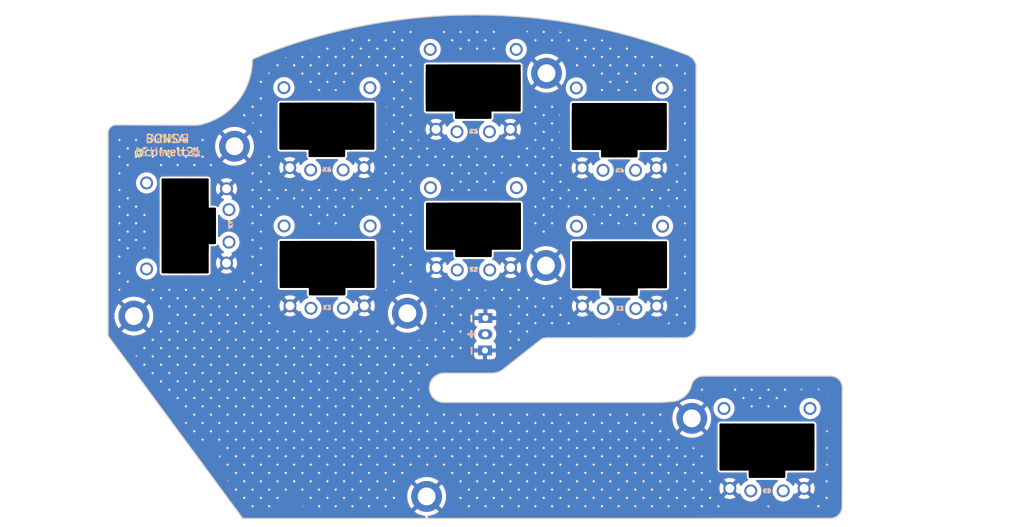
<source format=kicad_pcb>
(kicad_pcb (version 20240108) (generator "pcbnew") (generator_version "8.0")
  (title_block (title "Bonsai") (date "2024-07-03") (rev "v1") (company "Sprinkle"))
  (layers (0 "F.Cu" signal) (31 "B.Cu" signal) (34 "B.Paste" user) (35 "F.Paste" user) (36 "B.SilkS" user "B.Silkscreen") (37 "F.SilkS" user "F.Silkscreen") (38 "B.Mask" user) (39 "F.Mask" user) (44 "Edge.Cuts" user))
  (net 0 "")
  (net 1 "K5")
  (net 2 "GND")
  (net 3 "K6")
  (net 4 "K7")
  (net 5 "K1")
  (net 6 "K0")
  (net 7 "K2")
  (net 8 "K3")
  (net 9 "K4")
  (net 10 "Bat+")
  (footprint "pg1232:pg1232-R" (layer "F.Cu") (at 40.5664 44.389)
    (property "Reference" "REF**" (hide yes))
    (property "Value" "pg1232-R")
    (pad "" np_thru_hole oval (at -5.7 0 90) (size 5.8 0.3) (drill oval 5.8 0.3) (layers "*.Mask"))
    (pad "" np_thru_hole oval (at -4.85 0) (size 2 5.8) (drill oval 2 5.8) (layers "*.Mask"))
    (pad "" np_thru_hole oval (at -2.1 3.25 90) (size 1.1 0.3) (drill oval 1.1 0.3) (layers "*.Mask"))
    (pad "" np_thru_hole oval (at 0 -2.75) (size 11.7 0.3) (drill oval 11.7 0.3) (layers "*.Mask"))
    (pad "" np_thru_hole oval (at 0 0) (size 11.7 5.8) (drill oval 11.7 5.8) (layers "*.Mask"))
    (pad "" np_thru_hole oval (at 0 2.75) (size 11.7 0.3) (drill oval 11.7 0.3) (layers "*.Mask"))
    (pad "" np_thru_hole oval (at 0 3.3) (size 4.5 1) (drill oval 4.5 1) (layers "*.Mask"))
    (pad "" np_thru_hole oval (at 0 3.65) (size 4.5 0.3) (drill oval 4.5 0.3) (layers "*.Mask"))
    (pad "" np_thru_hole oval (at 2.1 3.25 90) (size 1.1 0.3) (drill oval 1.1 0.3) (layers "*.Mask"))
    (pad "" np_thru_hole oval (at 4.85 0) (size 2 5.8) (drill oval 2 5.8) (layers "*.Mask"))
    (pad "" np_thru_hole oval (at 5.7 0 90) (size 5.8 0.3) (drill oval 5.8 0.3) (layers "*.Mask"))
    (pad "1" thru_hole circle (at -2 5.4) (size 1.6 1.6) (drill 1.1) (layers "*.Cu" "*.Mask") (net 8 "K3"))
    (pad "1" thru_hole circle (at 2 5.4) (size 1.6 1.6) (drill 1.1) (layers "*.Cu" "*.Mask") (net 8 "K3"))
    (pad "2" thru_hole circle (at -4.58 5.1) (size 1.6 1.6) (drill 1.1) (layers "*.Cu" "*.Mask") (net 2 "GND"))
    (pad "2" thru_hole circle (at 4.58 5.1) (size 1.6 1.6) (drill 1.1) (layers "*.Cu" "*.Mask") (net 2 "GND"))
    (pad "4" thru_hole circle (at 5.3 -4.75) (size 1.6 1.6) (drill 1.1) (layers "*.Cu" "*.Mask"))
    (pad "5" thru_hole circle (at -5.3 -4.75) (size 1.6 1.6) (drill 1.1) (layers "*.Cu" "*.Mask"))
  )
  (footprint "pg1232:pg1232-R" (layer "F.Cu") (at 76.5664 27.389)
    (property "Reference" "REF**" (hide yes))
    (property "Value" "pg1232-R")
    (pad "" np_thru_hole oval (at -5.7 0 90) (size 5.8 0.3) (drill oval 5.8 0.3) (layers "*.Mask"))
    (pad "" np_thru_hole oval (at -4.85 0) (size 2 5.8) (drill oval 2 5.8) (layers "*.Mask"))
    (pad "" np_thru_hole oval (at -2.1 3.25 90) (size 1.1 0.3) (drill oval 1.1 0.3) (layers "*.Mask"))
    (pad "" np_thru_hole oval (at 0 -2.75) (size 11.7 0.3) (drill oval 11.7 0.3) (layers "*.Mask"))
    (pad "" np_thru_hole oval (at 0 0) (size 11.7 5.8) (drill oval 11.7 5.8) (layers "*.Mask"))
    (pad "" np_thru_hole oval (at 0 2.75) (size 11.7 0.3) (drill oval 11.7 0.3) (layers "*.Mask"))
    (pad "" np_thru_hole oval (at 0 3.3) (size 4.5 1) (drill oval 4.5 1) (layers "*.Mask"))
    (pad "" np_thru_hole oval (at 0 3.65) (size 4.5 0.3) (drill oval 4.5 0.3) (layers "*.Mask"))
    (pad "" np_thru_hole oval (at 2.1 3.25 90) (size 1.1 0.3) (drill oval 1.1 0.3) (layers "*.Mask"))
    (pad "" np_thru_hole oval (at 4.85 0) (size 2 5.8) (drill oval 2 5.8) (layers "*.Mask"))
    (pad "" np_thru_hole oval (at 5.7 0 90) (size 5.8 0.3) (drill oval 5.8 0.3) (layers "*.Mask"))
    (pad "1" thru_hole circle (at -2 5.4) (size 1.6 1.6) (drill 1.1) (layers "*.Cu" "*.Mask") (net 9 "K4"))
    (pad "1" thru_hole circle (at 2 5.4) (size 1.6 1.6) (drill 1.1) (layers "*.Cu" "*.Mask") (net 9 "K4"))
    (pad "2" thru_hole circle (at -4.58 5.1) (size 1.6 1.6) (drill 1.1) (layers "*.Cu" "*.Mask") (net 2 "GND"))
    (pad "2" thru_hole circle (at 4.58 5.1) (size 1.6 1.6) (drill 1.1) (layers "*.Cu" "*.Mask") (net 2 "GND"))
    (pad "4" thru_hole circle (at 5.3 -4.75) (size 1.6 1.6) (drill 1.1) (layers "*.Cu" "*.Mask"))
    (pad "5" thru_hole circle (at -5.3 -4.75) (size 1.6 1.6) (drill 1.1) (layers "*.Cu" "*.Mask"))
  )
  (footprint "MountingHole:MountingHole_2.2mm_M2_DIN965_Pad" (layer "F.Cu") (at 67.525 44.525)
    (property "Reference" "REF**")
    (property "Value" "MountingHole_2.2mm_M2_DIN965_Pad")
    (pad "1" thru_hole circle (at 0 0) (size 3.8 3.8) (drill 2.2) (layers "*.Cu" "*.Mask") (net 2 "GND"))
  )
  (footprint "pg1232:pg1232-R" (layer "F.Cu") (at 94.7664 66.889)
    (property "Reference" "REF**" (hide yes))
    (property "Value" "pg1232-R")
    (pad "" np_thru_hole oval (at -5.7 0 90) (size 5.8 0.3) (drill oval 5.8 0.3) (layers "*.Mask"))
    (pad "" np_thru_hole oval (at -4.85 0) (size 2 5.8) (drill oval 2 5.8) (layers "*.Mask"))
    (pad "" np_thru_hole oval (at -2.1 3.25 90) (size 1.1 0.3) (drill oval 1.1 0.3) (layers "*.Mask"))
    (pad "" np_thru_hole oval (at 0 -2.75) (size 11.7 0.3) (drill oval 11.7 0.3) (layers "*.Mask"))
    (pad "" np_thru_hole oval (at 0 0) (size 11.7 5.8) (drill oval 11.7 5.8) (layers "*.Mask"))
    (pad "" np_thru_hole oval (at 0 2.75) (size 11.7 0.3) (drill oval 11.7 0.3) (layers "*.Mask"))
    (pad "" np_thru_hole oval (at 0 3.3) (size 4.5 1) (drill oval 4.5 1) (layers "*.Mask"))
    (pad "" np_thru_hole oval (at 0 3.65) (size 4.5 0.3) (drill oval 4.5 0.3) (layers "*.Mask"))
    (pad "" np_thru_hole oval (at 2.1 3.25 90) (size 1.1 0.3) (drill oval 1.1 0.3) (layers "*.Mask"))
    (pad "" np_thru_hole oval (at 4.85 0) (size 2 5.8) (drill oval 2 5.8) (layers "*.Mask"))
    (pad "" np_thru_hole oval (at 5.7 0 90) (size 5.8 0.3) (drill oval 5.8 0.3) (layers "*.Mask"))
    (pad "1" thru_hole circle (at -2 5.4) (size 1.6 1.6) (drill 1.1) (layers "*.Cu" "*.Mask") (net 6 "K0"))
    (pad "1" thru_hole circle (at 2 5.4) (size 1.6 1.6) (drill 1.1) (layers "*.Cu" "*.Mask") (net 6 "K0"))
    (pad "2" thru_hole circle (at -4.58 5.1) (size 1.6 1.6) (drill 1.1) (layers "*.Cu" "*.Mask") (net 2 "GND"))
    (pad "2" thru_hole circle (at 4.58 5.1) (size 1.6 1.6) (drill 1.1) (layers "*.Cu" "*.Mask") (net 2 "GND"))
    (pad "4" thru_hole circle (at 5.3 -4.75) (size 1.6 1.6) (drill 1.1) (layers "*.Cu" "*.Mask"))
    (pad "5" thru_hole circle (at -5.3 -4.75) (size 1.6 1.6) (drill 1.1) (layers "*.Cu" "*.Mask"))
  )
  (footprint "MountingHole:MountingHole_2.2mm_M2_DIN965_Pad" (layer "F.Cu") (at 85.5 63.35)
    (property "Reference" "REF**")
    (property "Value" "MountingHole_2.2mm_M2_DIN965_Pad")
    (pad "1" thru_hole circle (at 0 0) (size 3.8 3.8) (drill 2.2) (layers "*.Cu" "*.Mask") (net 2 "GND"))
  )
  (footprint "MountingHole:MountingHole_2.2mm_M2_DIN965_Pad" (layer "F.Cu") (at 52.825 72.975)
    (property "Reference" "REF**")
    (property "Value" "MountingHole_2.2mm_M2_DIN965_Pad")
    (pad "1" thru_hole circle (at 0 0) (size 3.8 3.8) (drill 2.2) (layers "*.Cu" "*.Mask") (net 2 "GND"))
  )
  (footprint "pg1232:pg1232-R" (layer "F.Cu") (at 58.6 39.675)
    (property "Reference" "REF**" (hide yes))
    (property "Value" "pg1232-R")
    (pad "" np_thru_hole oval (at -5.7 0 90) (size 5.8 0.3) (drill oval 5.8 0.3) (layers "*.Mask"))
    (pad "" np_thru_hole oval (at -4.85 0) (size 2 5.8) (drill oval 2 5.8) (layers "*.Mask"))
    (pad "" np_thru_hole oval (at -2.1 3.25 90) (size 1.1 0.3) (drill oval 1.1 0.3) (layers "*.Mask"))
    (pad "" np_thru_hole oval (at 0 -2.75) (size 11.7 0.3) (drill oval 11.7 0.3) (layers "*.Mask"))
    (pad "" np_thru_hole oval (at 0 0) (size 11.7 5.8) (drill oval 11.7 5.8) (layers "*.Mask"))
    (pad "" np_thru_hole oval (at 0 2.75) (size 11.7 0.3) (drill oval 11.7 0.3) (layers "*.Mask"))
    (pad "" np_thru_hole oval (at 0 3.3) (size 4.5 1) (drill oval 4.5 1) (layers "*.Mask"))
    (pad "" np_thru_hole oval (at 0 3.65) (size 4.5 0.3) (drill oval 4.5 0.3) (layers "*.Mask"))
    (pad "" np_thru_hole oval (at 2.1 3.25 90) (size 1.1 0.3) (drill oval 1.1 0.3) (layers "*.Mask"))
    (pad "" np_thru_hole oval (at 4.85 0) (size 2 5.8) (drill oval 2 5.8) (layers "*.Mask"))
    (pad "" np_thru_hole oval (at 5.7 0 90) (size 5.8 0.3) (drill oval 5.8 0.3) (layers "*.Mask"))
    (pad "1" thru_hole circle (at -2 5.4) (size 1.6 1.6) (drill 1.1) (layers "*.Cu" "*.Mask") (net 7 "K2"))
    (pad "1" thru_hole circle (at 2 5.4) (size 1.6 1.6) (drill 1.1) (layers "*.Cu" "*.Mask") (net 7 "K2"))
    (pad "2" thru_hole circle (at -4.58 5.1) (size 1.6 1.6) (drill 1.1) (layers "*.Cu" "*.Mask") (net 2 "GND"))
    (pad "2" thru_hole circle (at 4.58 5.1) (size 1.6 1.6) (drill 1.1) (layers "*.Cu" "*.Mask") (net 2 "GND"))
    (pad "4" thru_hole circle (at 5.3 -4.75) (size 1.6 1.6) (drill 1.1) (layers "*.Cu" "*.Mask"))
    (pad "5" thru_hole circle (at -5.3 -4.75) (size 1.6 1.6) (drill 1.1) (layers "*.Cu" "*.Mask"))
  )
  (footprint "pg1232:pg1232-R" (layer "F.Cu") (at 40.5328 27.353)
    (property "Reference" "REF**" (hide yes))
    (property "Value" "pg1232-R")
    (pad "" np_thru_hole oval (at -5.7 0 90) (size 5.8 0.3) (drill oval 5.8 0.3) (layers "*.Mask"))
    (pad "" np_thru_hole oval (at -4.85 0) (size 2 5.8) (drill oval 2 5.8) (layers "*.Mask"))
    (pad "" np_thru_hole oval (at -2.1 3.25 90) (size 1.1 0.3) (drill oval 1.1 0.3) (layers "*.Mask"))
    (pad "" np_thru_hole oval (at 0 -2.75) (size 11.7 0.3) (drill oval 11.7 0.3) (layers "*.Mask"))
    (pad "" np_thru_hole oval (at 0 0) (size 11.7 5.8) (drill oval 11.7 5.8) (layers "*.Mask"))
    (pad "" np_thru_hole oval (at 0 2.75) (size 11.7 0.3) (drill oval 11.7 0.3) (layers "*.Mask"))
    (pad "" np_thru_hole oval (at 0 3.3) (size 4.5 1) (drill oval 4.5 1) (layers "*.Mask"))
    (pad "" np_thru_hole oval (at 0 3.65) (size 4.5 0.3) (drill oval 4.5 0.3) (layers "*.Mask"))
    (pad "" np_thru_hole oval (at 2.1 3.25 90) (size 1.1 0.3) (drill oval 1.1 0.3) (layers "*.Mask"))
    (pad "" np_thru_hole oval (at 4.85 0) (size 2 5.8) (drill oval 2 5.8) (layers "*.Mask"))
    (pad "" np_thru_hole oval (at 5.7 0 90) (size 5.8 0.3) (drill oval 5.8 0.3) (layers "*.Mask"))
    (pad "1" thru_hole circle (at -2 5.4) (size 1.6 1.6) (drill 1.1) (layers "*.Cu" "*.Mask") (net 3 "K6"))
    (pad "1" thru_hole circle (at 2 5.4) (size 1.6 1.6) (drill 1.1) (layers "*.Cu" "*.Mask") (net 3 "K6"))
    (pad "2" thru_hole circle (at -4.58 5.1) (size 1.6 1.6) (drill 1.1) (layers "*.Cu" "*.Mask") (net 2 "GND"))
    (pad "2" thru_hole circle (at 4.58 5.1) (size 1.6 1.6) (drill 1.1) (layers "*.Cu" "*.Mask") (net 2 "GND"))
    (pad "4" thru_hole circle (at 5.3 -4.75) (size 1.6 1.6) (drill 1.1) (layers "*.Cu" "*.Mask"))
    (pad "5" thru_hole circle (at -5.3 -4.75) (size 1.6 1.6) (drill 1.1) (layers "*.Cu" "*.Mask"))
  )
  (footprint "" (layer "F.Cu") (at 50.45 50.4)
    (property "Reference" "" (at 0 0 0) (layer "F.SilkS") (effects (font (size 1.27 1.27))))
    (property "Value" "")
    (pad "1" thru_hole circle (at 0 0) (size 3.8 3.8) (drill 2.2) (layers "*.Cu" "*.Mask") (net 2 "GND"))
  )
  (footprint "footprints:JST_PH_S2B-PH-K_02x2.00mm_Angled" (layer "F.Cu") (at 60.0664 50.989 -90)
    (property "Reference" "REF**")
    (property "Value" "JST_PH_S2B-PH-K_02x2.00mm_Angled")
    (pad "1" thru_hole rect (at 0 0 270) (size 1.2 1.7) (drill 0.75) (layers "*.Cu" "*.Mask") (net 2 "GND"))
    (pad "2" thru_hole oval (at 2 0 270) (size 1.2 1.7) (drill 0.75) (layers "*.Cu" "*.Mask") (net 10 "Bat+"))
  )
  (footprint "MountingHole:MountingHole_2.2mm_M2_DIN965_Pad" (layer "F.Cu") (at 29.15 29.825)
    (property "Reference" "REF**")
    (property "Value" "MountingHole_2.2mm_M2_DIN965_Pad")
    (pad "1" thru_hole circle (at 0 0) (size 3.8 3.8) (drill 2.2) (layers "*.Cu" "*.Mask") (net 2 "GND"))
  )
  (footprint "MountingHole:MountingHole_2.2mm_M2_DIN965_Pad" (layer "F.Cu") (at 67.6 20.825)
    (property "Reference" "REF**")
    (property "Value" "MountingHole_2.2mm_M2_DIN965_Pad")
    (pad "1" thru_hole circle (at 0 0) (size 3.8 3.8) (drill 2.2) (layers "*.Cu" "*.Mask") (net 2 "GND"))
  )
  (footprint "MountingHole:MountingHole_2.2mm_M2_DIN965_Pad" (layer "F.Cu") (at 16.75 50.75)
    (property "Reference" "REF**")
    (property "Value" "MountingHole_2.2mm_M2_DIN965_Pad")
    (pad "1" thru_hole circle (at 0 0) (size 3.8 3.8) (drill 2.2) (layers "*.Cu" "*.Mask") (net 2 "GND"))
  )
  (footprint "pg1232:pg1232-R" (layer "F.Cu") (at 58.5664 22.639)
    (property "Reference" "REF**" (hide yes))
    (property "Value" "pg1232-R")
    (pad "" np_thru_hole oval (at -5.7 0 90) (size 5.8 0.3) (drill oval 5.8 0.3) (layers "*.Mask"))
    (pad "" np_thru_hole oval (at -4.85 0) (size 2 5.8) (drill oval 2 5.8) (layers "*.Mask"))
    (pad "" np_thru_hole oval (at -2.1 3.25 90) (size 1.1 0.3) (drill oval 1.1 0.3) (layers "*.Mask"))
    (pad "" np_thru_hole oval (at 0 -2.75) (size 11.7 0.3) (drill oval 11.7 0.3) (layers "*.Mask"))
    (pad "" np_thru_hole oval (at 0 0) (size 11.7 5.8) (drill oval 11.7 5.8) (layers "*.Mask"))
    (pad "" np_thru_hole oval (at 0 2.75) (size 11.7 0.3) (drill oval 11.7 0.3) (layers "*.Mask"))
    (pad "" np_thru_hole oval (at 0 3.3) (size 4.5 1) (drill oval 4.5 1) (layers "*.Mask"))
    (pad "" np_thru_hole oval (at 0 3.65) (size 4.5 0.3) (drill oval 4.5 0.3) (layers "*.Mask"))
    (pad "" np_thru_hole oval (at 2.1 3.25 90) (size 1.1 0.3) (drill oval 1.1 0.3) (layers "*.Mask"))
    (pad "" np_thru_hole oval (at 4.85 0) (size 2 5.8) (drill oval 2 5.8) (layers "*.Mask"))
    (pad "" np_thru_hole oval (at 5.7 0 90) (size 5.8 0.3) (drill oval 5.8 0.3) (layers "*.Mask"))
    (pad "1" thru_hole circle (at -2 5.4) (size 1.6 1.6) (drill 1.1) (layers "*.Cu" "*.Mask") (net 1 "K5"))
    (pad "1" thru_hole circle (at 2 5.4) (size 1.6 1.6) (drill 1.1) (layers "*.Cu" "*.Mask") (net 1 "K5"))
    (pad "2" thru_hole circle (at -4.58 5.1) (size 1.6 1.6) (drill 1.1) (layers "*.Cu" "*.Mask") (net 2 "GND"))
    (pad "2" thru_hole circle (at 4.58 5.1) (size 1.6 1.6) (drill 1.1) (layers "*.Cu" "*.Mask") (net 2 "GND"))
    (pad "4" thru_hole circle (at 5.3 -4.75) (size 1.6 1.6) (drill 1.1) (layers "*.Cu" "*.Mask"))
    (pad "5" thru_hole circle (at -5.3 -4.75) (size 1.6 1.6) (drill 1.1) (layers "*.Cu" "*.Mask"))
  )
  (footprint "pg1232:pg1232-R" (layer "F.Cu") (at 76.6 44.425)
    (property "Reference" "REF**" (hide yes))
    (property "Value" "pg1232-R")
    (pad "" np_thru_hole oval (at -5.7 0 90) (size 5.8 0.3) (drill oval 5.8 0.3) (layers "*.Mask"))
    (pad "" np_thru_hole oval (at -4.85 0) (size 2 5.8) (drill oval 2 5.8) (layers "*.Mask"))
    (pad "" np_thru_hole oval (at -2.1 3.25 90) (size 1.1 0.3) (drill oval 1.1 0.3) (layers "*.Mask"))
    (pad "" np_thru_hole oval (at 0 -2.75) (size 11.7 0.3) (drill oval 11.7 0.3) (layers "*.Mask"))
    (pad "" np_thru_hole oval (at 0 0) (size 11.7 5.8) (drill oval 11.7 5.8) (layers "*.Mask"))
    (pad "" np_thru_hole oval (at 0 2.75) (size 11.7 0.3) (drill oval 11.7 0.3) (layers "*.Mask"))
    (pad "" np_thru_hole oval (at 0 3.3) (size 4.5 1) (drill oval 4.5 1) (layers "*.Mask"))
    (pad "" np_thru_hole oval (at 0 3.65) (size 4.5 0.3) (drill oval 4.5 0.3) (layers "*.Mask"))
    (pad "" np_thru_hole oval (at 2.1 3.25 90) (size 1.1 0.3) (drill oval 1.1 0.3) (layers "*.Mask"))
    (pad "" np_thru_hole oval (at 4.85 0) (size 2 5.8) (drill oval 2 5.8) (layers "*.Mask"))
    (pad "" np_thru_hole oval (at 5.7 0 90) (size 5.8 0.3) (drill oval 5.8 0.3) (layers "*.Mask"))
    (pad "1" thru_hole circle (at -2 5.4) (size 1.6 1.6) (drill 1.1) (layers "*.Cu" "*.Mask") (net 5 "K1"))
    (pad "1" thru_hole circle (at 2 5.4) (size 1.6 1.6) (drill 1.1) (layers "*.Cu" "*.Mask") (net 5 "K1"))
    (pad "2" thru_hole circle (at -4.58 5.1) (size 1.6 1.6) (drill 1.1) (layers "*.Cu" "*.Mask") (net 2 "GND"))
    (pad "2" thru_hole circle (at 4.58 5.1) (size 1.6 1.6) (drill 1.1) (layers "*.Cu" "*.Mask") (net 2 "GND"))
    (pad "4" thru_hole circle (at 5.3 -4.75) (size 1.6 1.6) (drill 1.1) (layers "*.Cu" "*.Mask"))
    (pad "5" thru_hole circle (at -5.3 -4.75) (size 1.6 1.6) (drill 1.1) (layers "*.Cu" "*.Mask"))
  )
  (footprint "pg1232:pg1232-R" (layer "F.Cu") (at 23.0664 39.639 90)
    (property "Reference" "REF**" (hide yes))
    (property "Value" "pg1232-R")
    (pad "" np_thru_hole oval (at -5.7 0 180) (size 5.8 0.3) (drill oval 5.8 0.3) (layers "*.Mask"))
    (pad "" np_thru_hole oval (at -4.85 0 90) (size 2 5.8) (drill oval 2 5.8) (layers "*.Mask"))
    (pad "" np_thru_hole oval (at -2.1 3.25 180) (size 1.1 0.3) (drill oval 1.1 0.3) (layers "*.Mask"))
    (pad "" np_thru_hole oval (at 0 -2.75 90) (size 11.7 0.3) (drill oval 11.7 0.3) (layers "*.Mask"))
    (pad "" np_thru_hole oval (at 0 0 90) (size 11.7 5.8) (drill oval 11.7 5.8) (layers "*.Mask"))
    (pad "" np_thru_hole oval (at 0 2.75 90) (size 11.7 0.3) (drill oval 11.7 0.3) (layers "*.Mask"))
    (pad "" np_thru_hole oval (at 0 3.3 90) (size 4.5 1) (drill oval 4.5 1) (layers "*.Mask"))
    (pad "" np_thru_hole oval (at 0 3.65 90) (size 4.5 0.3) (drill oval 4.5 0.3) (layers "*.Mask"))
    (pad "" np_thru_hole oval (at 2.1 3.25 180) (size 1.1 0.3) (drill oval 1.1 0.3) (layers "*.Mask"))
    (pad "" np_thru_hole oval (at 4.85 0 90) (size 2 5.8) (drill oval 2 5.8) (layers "*.Mask"))
    (pad "" np_thru_hole oval (at 5.7 0 180) (size 5.8 0.3) (drill oval 5.8 0.3) (layers "*.Mask"))
    (pad "1" thru_hole circle (at -2 5.4 90) (size 1.6 1.6) (drill 1.1) (layers "*.Cu" "*.Mask") (net 4 "K7"))
    (pad "1" thru_hole circle (at 2 5.4 90) (size 1.6 1.6) (drill 1.1) (layers "*.Cu" "*.Mask") (net 4 "K7"))
    (pad "2" thru_hole circle (at -4.58 5.1 90) (size 1.6 1.6) (drill 1.1) (layers "*.Cu" "*.Mask") (net 2 "GND"))
    (pad "2" thru_hole circle (at 4.58 5.1 90) (size 1.6 1.6) (drill 1.1) (layers "*.Cu" "*.Mask") (net 2 "GND"))
    (pad "4" thru_hole circle (at 5.3 -4.75 90) (size 1.6 1.6) (drill 1.1) (layers "*.Cu" "*.Mask"))
    (pad "5" thru_hole circle (at -5.3 -4.75 90) (size 1.6 1.6) (drill 1.1) (layers "*.Cu" "*.Mask"))
  )
  (footprint "footprints:JST_PH_S2B-PH-K_02x2.00mm_Angled" (layer "B.Cu") (at 60.0164 54.989 90)
    (property "Reference" "REF**")
    (property "Value" "JST_PH_S2B-PH-K_02x2.00mm_Angled")
    (pad "1" thru_hole rect (at 0 0 90) (size 1.2 1.7) (drill 0.75) (layers "*.Cu" "*.Mask") (net 2 "GND"))
    (pad "2" thru_hole oval (at 2 0 90) (size 1.2 1.7) (drill 0.75) (layers "*.Cu" "*.Mask") (net 10 "Bat+"))
  )
  (gr_arc (start 54.9664 61.389) (mid 53.1664 59.589) (end 54.9664 57.789) (stroke (width 0.15)) (layer "Edge.Cuts"))
  (gr_arc (start 102.583601 58.133601) (mid 103.620501 58.5631) (end 104.05 59.6) (stroke (width 0.15)) (layer "Edge.Cuts"))
  (gr_arc (start 31.341848 19.159238) (mid 29.483253 24.357947) (end 24.75 27.2) (stroke (width 0.15)) (layer "Edge.Cuts"))
  (gr_arc (start 86.029499 51.963099) (mid 85.6 53) (end 84.563099 53.429499) (stroke (width 0.15)) (layer "Edge.Cuts"))
  (gr_line (start 62.15 57.4) (end 61.7 57.65) (stroke (width 0.15)) (layer "Edge.Cuts"))
  (gr_arc (start 84.853758 18.540358) (mid 85.587618 19.007081) (end 86.029139 19.756374) (stroke (width 0.15)) (layer "Edge.Cuts"))
  (gr_line (start 61.05 57.789) (end 54.9664 57.789) (stroke (width 0.15)) (layer "Edge.Cuts"))
  (gr_line (start 81.5664 61.389) (end 54.9664 61.389) (stroke (width 0.15)) (layer "Edge.Cuts"))
  (gr_line (start 31.341848 19.159238) (end 31.45 19.05) (stroke (width 0.15)) (layer "Edge.Cuts"))
  (gr_line (start 104.05 59.6) (end 104.029499 74.213099) (stroke (width 0.15)) (layer "Edge.Cuts"))
  (gr_line (start 61.7 57.65) (end 61.05 57.789) (stroke (width 0.15)) (layer "Edge.Cuts"))
  (gr_line (start 31.45 19.05) (end 32.75 18.5) (stroke (width 0.15)) (layer "Edge.Cuts"))
  (gr_line (start 24.174552 27.229762) (end 24.75 27.2) (stroke (width 0.15)) (layer "Edge.Cuts"))
  (gr_line (start 84.563099 53.429499) (end 67.565721 53.43765) (stroke (width 0.15)) (layer "Edge.Cuts"))
  (gr_arc (start 13.5664 28.189) (mid 13.859293 27.481893) (end 14.5664 27.189) (stroke (width 0.15)) (layer "Edge.Cuts"))
  (gr_arc (start 32.75 18.5) (mid 58.805665 13.632087) (end 84.853758 18.540357) (stroke (width 0.15)) (layer "Edge.Cuts"))
  (gr_line (start 13.5664 53.189) (end 13.5664 28.189) (stroke (width 0.15)) (layer "Edge.Cuts"))
  (gr_arc (start 104.029499 74.213099) (mid 103.6 75.25) (end 102.563099 75.679499) (stroke (width 0.15)) (layer "Edge.Cuts"))
  (gr_line (start 67.565721 53.43765) (end 67.2 53.494083) (stroke (width 0.15)) (layer "Edge.Cuts"))
  (gr_line (start 66.9 53.65) (end 62.15 57.4) (stroke (width 0.15)) (layer "Edge.Cuts"))
  (gr_line (start 102.563099 75.679499) (end 30.1664 75.689) (stroke (width 0.15)) (layer "Edge.Cuts"))
  (gr_arc (start 85.412179 59.473559) (mid 85.886392 58.546667) (end 86.850086 58.152585) (stroke (width 0.15)) (layer "Edge.Cuts"))
  (gr_arc (start 85.412178 59.473559) (mid 84.509823 60.727429) (end 83.067799 61.281507) (stroke (width 0.15)) (layer "Edge.Cuts"))
  (gr_line (start 87.15 58.133601) (end 102.583601 58.133601) (stroke (width 0.15)) (layer "Edge.Cuts"))
  (gr_line (start 86.029139 19.756374) (end 86.029499 51.963099) (stroke (width 0.15)) (layer "Edge.Cuts"))
  (gr_line (start 67.2 53.494083) (end 66.9 53.65) (stroke (width 0.15)) (layer "Edge.Cuts"))
  (gr_line (start 86.850086 58.152585) (end 87.15 58.133601) (stroke (width 0.15)) (layer "Edge.Cuts"))
  (gr_line (start 81.5664 61.389) (end 83.067799 61.281508) (stroke (width 0.15)) (layer "Edge.Cuts"))
  (gr_line (start 13.5664 53.189) (end 30.1664 75.689) (stroke (width 0.15)) (layer "Edge.Cuts"))
  (gr_line (start 14.5664 27.189) (end 24.174552 27.229762) (stroke (width 0.15)) (layer "Edge.Cuts"))
  (gr_text "K5" (at 59.1 28.3 0) (layer "B.SilkS") (effects (font (size 0.5 0.5)) (justify left bottom mirror)))
  (gr_text "K6" (at 41 33 -0) (layer "B.SilkS") (effects (font (size 0.5 0.5)) (justify left bottom mirror)))
  (gr_text "K2" (at 59.1 45.3 0) (layer "B.SilkS") (effects (font (size 0.5 0.5)) (justify left bottom mirror)))
  (gr_text "BONSAI\n@corvett21" (at 20.85 31.1 -0) (layer "B.SilkS") (effects (font (size 1 1)) (justify bottom mirror)))
  (gr_text "-" (at 57.85 54.25 -90) (layer "B.SilkS") (effects (font (size 1 1) (thickness 0.25) (bold yes)) (justify left bottom)))
  (gr_text "K7" (at 29 39 90) (layer "B.SilkS") (effects (font (size 0.5 0.5)) (justify left bottom mirror)))
  (gr_text "+" (at 57.6 53.5 -0) (layer "B.SilkS") (effects (font (size 1 1) (thickness 0.25) (bold yes)) (justify left bottom)))
  (gr_text "K3" (at 41.1164 50 0) (layer "B.SilkS") (effects (font (size 0.5 0.5)) (justify left bottom mirror)))
  (gr_text "K4" (at 77.1 33.1 -0) (layer "B.SilkS") (effects (font (size 0.5 0.5)) (justify left bottom mirror)))
  (gr_text "K0" (at 95.3 72.6 0) (layer "B.SilkS") (effects (font (size 0.5 0.5)) (justify left bottom mirror)))
  (gr_text "K1" (at 77.2 50.1 0) (layer "B.SilkS") (effects (font (size 0.5 0.5)) (justify left bottom mirror)))
  (gr_text "K3" (at 40 50 0) (layer "F.SilkS") (effects (font (size 0.5 0.5)) (justify left bottom)))
  (gr_text "+" (at 59.1 53.5 0) (layer "F.SilkS") (effects (font (size 1 1) (thickness 0.25) (bold yes)) (justify left bottom mirror)))
  (gr_text "-" (at 58.85 50.25 90) (layer "F.SilkS") (effects (font (size 1 1) (thickness 0.25) (bold yes)) (justify left bottom mirror)))
  (gr_text "K0" (at 94.2 72.6 0) (layer "F.SilkS") (effects (font (size 0.5 0.5)) (justify left bottom)))
  (gr_text "K1" (at 76.1 50.1 0) (layer "F.SilkS") (effects (font (size 0.5 0.5)) (justify left bottom)))
  (gr_text "BONSAI\n@corvett21" (at 20.9 31.1 0) (layer "F.SilkS") (effects (font (size 1 1)) (justify bottom)))
  (gr_text "K5" (at 58.1 28.3 0) (layer "F.SilkS") (effects (font (size 0.5 0.5)) (justify left bottom)))
  (gr_text "K2" (at 58.1 45.3 0) (layer "F.SilkS") (effects (font (size 0.5 0.5)) (justify left bottom)))
  (gr_text "K6" (at 40 33 0) (layer "F.SilkS") (effects (font (size 0.5 0.5)) (justify left bottom)))
  (gr_text "K7" (at 29 40 90) (layer "F.SilkS") (effects (font (size 0.5 0.5)) (justify left bottom)))
  (gr_text "K4" (at 76.1 33.1 0) (layer "F.SilkS") (effects (font (size 0.5 0.5)) (justify left bottom)))
  (zone (net 2) (net_name "GND") (layers "F&B.Cu") (connect_pads (clearance 0.508)) (min_thickness 0.25) (fill yes (mode hatch) (thermal_gap 0.5) (thermal_bridge_width 0.5) (smoothing fillet) (radius 1) (hatch_thickness 1.2) (hatch_gap 0.25) (hatch_orientation 45) (hatch_smoothing_level 2) (hatch_smoothing_value 0.99) (hatch_border_algorithm hatch_thickness) (hatch_min_hole_area 0.3))
    (polygon (pts (xy 12.025 12.25) (xy 12.7 76.425) (xy 105.575 76.1) (xy 100.8 11.8)))
  )
)
</source>
